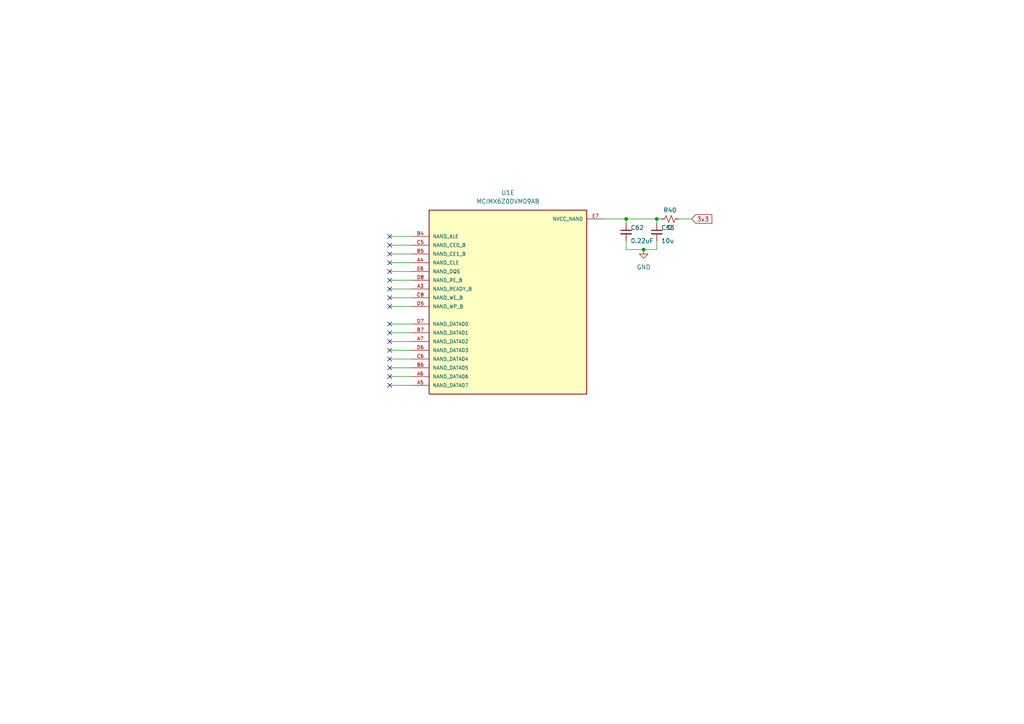
<source format=kicad_sch>
(kicad_sch (version 20211123) (generator eeschema)
  (paper "A4")
  (lib_symbols
    (symbol "Device:C_Small" (pin_numbers hide) (pin_names (offset 0.254) hide)
      (property "Reference" "C" (at 0.254 1.778 0))
      (property "Value" "C_Small" (at 0.254 -2.032 0))
      (symbol "C_Small_0_1"
        (polyline (pts (xy -1.524 -0.508) (xy 1.524 -0.508)) (stroke (width 0.3302)))
        (polyline (pts (xy -1.524 0.508) (xy 1.524 0.508)) (stroke (width 0.3048)))
      )
      (symbol "C_Small_1_1"
        (pin passive line (at 0 2.54 270) (length 2.032) (name "~") (number "1"))
        (pin passive line (at 0 -2.54 90) (length 2.032) (name "~") (number "2"))
      )
    )
    (symbol "Device:R_Small_US" (pin_numbers hide) (pin_names (offset 0.254) hide)
      (property "Reference" "R" (at 0.762 0.508 0))
      (property "Value" "R_Small_US" (at 0.762 -1.016 0))
      (symbol "R_Small_US_1_1"
        (polyline (pts (xy 0 0) (xy 1.016 -0.381) (xy 0 -0.762) (xy -1.016 -1.143) (xy 0 -1.524)))
        (polyline (pts (xy 0 1.524) (xy 1.016 1.143) (xy 0 0.762) (xy -1.016 0.381) (xy 0 0)))
        (pin passive line (at 0 2.54 270) (length 1.016) (name "~") (number "1"))
        (pin passive line (at 0 -2.54 90) (length 1.016) (name "~") (number "2"))
      )
    )
    (symbol "MCIMX6Z0DVM09AB:MCIMX6Z0DVM09AB" (pin_names (offset 1.016))
      (property "Reference" "U" (at -33.02 31.75 0))
      (property "Value" "MCIMX6Z0DVM09AB" (at -33.02 -31.75 0))
      (symbol "MCIMX6Z0DVM09AB_1_0"
        (rectangle (start -33.02 -30.48) (end 33.02 30.48) (stroke (width 0.254)) (fill (type background)))
        (pin input clock (at -38.1 -5.08 0) (length 5.08) (name "I2C2_SCL") (number "F17"))
        (pin bidirectional line (at -38.1 -7.62 0) (length 5.08) (name "I2C2_SDA") (number "G13"))
        (pin power_in line (at 38.1 -27.94 180) (length 5.08) (name "NGND_KEL0") (number "M12"))
        (pin input clock (at 38.1 -10.16 180) (length 5.08) (name "JTAG_TCK") (number "M14"))
        (pin input line (at 38.1 -20.32 180) (length 5.08) (name "JTAG_TRST_B") (number "N14"))
        (pin output line (at 38.1 -15.24 180) (length 5.08) (name "JTAG_TDO") (number "N15"))
        (pin input line (at 38.1 -12.7 180) (length 5.08) (name "JTAG_TDI") (number "N16"))
        (pin input line (at -38.1 17.78 0) (length 5.08) (name "TEST_MODE") (number "N7"))
        (pin power_in line (at 38.1 27.94 180) (length 5.08) (name "NVCC_PLL") (number "P13"))
        (pin input line (at 38.1 -17.78 180) (length 5.08) (name "JTAG_TMS") (number "P14"))
        (pin input line (at 38.1 -7.62 180) (length 5.08) (name "JTAG_MOD") (number "P15"))
        (pin input clock (at -38.1 5.08 0) (length 5.08) (name "CCM_CLK1_N") (number "P16"))
        (pin input clock (at -38.1 2.54 0) (length 5.08) (name "CCM_CLK1_P") (number "P17"))
        (pin input line (at -38.1 20.32 0) (length 5.08) (name "POR_B") (number "P8"))
        (pin bidirectional line (at 38.1 22.86 180) (length 5.08) (name "GPANIO") (number "R13"))
        (pin input line (at -38.1 22.86 0) (length 5.08) (name "ONOFF") (number "R8"))
        (pin input line (at -38.1 12.7 0) (length 5.08) (name "BOOT_MODE0") (number "T10"))
        (pin input line (at -38.1 -20.32 0) (length 5.08) (name "RTC_XTALI") (number "T11"))
        (pin power_in line (at 38.1 5.08 180) (length 5.08) (name "USB_OTG1_VBUS") (number "T12"))
        (pin bidirectional line (at 38.1 2.54 180) (length 5.08) (name "USB_OTG2_DN") (number "T13"))
        (pin bidirectional line (at 38.1 10.16 180) (length 5.08) (name "USB_OTG1_DN") (number "T15"))
        (pin input line (at -38.1 -12.7 0) (length 5.08) (name "XTALI") (number "T16"))
        (pin output line (at -38.1 -15.24 0) (length 5.08) (name "XTALO") (number "T17"))
        (pin output line (at 38.1 17.78 180) (length 5.08) (name "SNVS_PMIC_ON_REQ") (number "T9"))
        (pin input line (at -38.1 10.16 0) (length 5.08) (name "BOOT_MODE1") (number "U10"))
        (pin output line (at -38.1 -22.86 0) (length 5.08) (name "RTC_XTALO") (number "U11"))
        (pin power_in line (at 38.1 -2.54 180) (length 5.08) (name "USB_OTG2_VBUS") (number "U12"))
        (pin bidirectional line (at 38.1 0 180) (length 5.08) (name "USB_OTG2_DP") (number "U13"))
        (pin bidirectional line (at 38.1 7.62 180) (length 5.08) (name "USB_OTG1_DP") (number "U15"))
        (pin bidirectional line (at 38.1 12.7 180) (length 5.08) (name "USB_OTG1_CHD_B") (number "U16"))
        (pin output line (at -38.1 0 0) (length 5.08) (name "CCM_PMIC_STBY_REQ") (number "U9"))
      )
      (symbol "MCIMX6Z0DVM09AB_2_0"
        (rectangle (start -25.4 -48.26) (end 25.4 45.72) (stroke (width 0.254)) (fill (type background)))
        (pin output line (at 30.48 17.78 180) (length 5.08) (name "DRAM_ODT1") (number "F1"))
        (pin output line (at 30.48 -43.18 180) (length 5.08) (name "DRAM_ADDR14") (number "G1"))
        (pin output line (at 30.48 -22.86 180) (length 5.08) (name "DRAM_ADDR06") (number "G2"))
        (pin output line (at 30.48 12.7 180) (length 5.08) (name "DRAM_RESET") (number "G4"))
        (pin power_in line (at 30.48 40.64 180) (length 5.08) (name "NVCC_DRAM") (number "G6"))
        (pin output line (at 30.48 7.62 180) (length 5.08) (name "DRAM_SDBA1") (number "H1"))
        (pin output line (at 30.48 -10.16 180) (length 5.08) (name "DRAM_ADDR01") (number "H2"))
        (pin output line (at 30.48 -40.64 180) (length 5.08) (name "DRAM_ADDR13") (number "H3"))
        (pin output line (at 30.48 -25.4 180) (length 5.08) (name "DRAM_ADDR07") (number "H4"))
        (pin output line (at 30.48 27.94 180) (length 5.08) (name "DRAM_CS1_B") (number "H5"))
        (pin power_in line (at 30.48 40.64 180) (length 5.08) (name "NVCC_DRAM") (number "H6"))
        (pin output line (at 30.48 -2.54 180) (length 5.08) (name "DRAM_SDWE_B") (number "J1"))
        (pin output line (at 30.48 33.02 180) (length 5.08) (name "DRAM_CAS_B") (number "J2"))
        (pin output line (at 30.48 0 180) (length 5.08) (name "DRAM_SDCKE1") (number "J3"))
        (pin output line (at 30.48 -27.94 180) (length 5.08) (name "DRAM_ADDR08") (number "J4"))
        (pin power_in line (at 30.48 40.64 180) (length 5.08) (name "NVCC_DRAM") (number "J6"))
        (pin output line (at 30.48 -12.7 180) (length 5.08) (name "DRAM_ADDR02") (number "K1"))
        (pin output line (at 30.48 5.08 180) (length 5.08) (name "DRAM_SDBA2") (number "K2"))
        (pin output line (at 30.48 -35.56 180) (length 5.08) (name "DRAM_ADDR11") (number "K3"))
        (pin output line (at 30.48 -17.78 180) (length 5.08) (name "DRAM_ADDR04") (number "K4"))
        (pin output line (at 30.48 -45.72 180) (length 5.08) (name "DRAM_ADDR15") (number "K5"))
        (pin power_in line (at 30.48 40.64 180) (length 5.08) (name "NVCC_DRAM") (number "K6"))
        (pin output line (at 30.48 -20.32 180) (length 5.08) (name "DRAM_ADDR05") (number "L1"))
        (pin output line (at 30.48 -30.48 180) (length 5.08) (name "DRAM_ADDR09") (number "L2"))
        (pin output line (at 30.48 -38.1 180) (length 5.08) (name "DRAM_ADDR12") (number "L4"))
        (pin output line (at 30.48 -7.62 180) (length 5.08) (name "DRAM_ADDR00") (number "L5"))
        (pin power_in line (at 30.48 40.64 180) (length 5.08) (name "NVCC_DRAM") (number "L6"))
        (pin output line (at 30.48 10.16 180) (length 5.08) (name "DRAM_SDBA0") (number "M1"))
        (pin output line (at 30.48 -15.24 180) (length 5.08) (name "DRAM_ADDR03") (number "M2"))
        (pin output line (at 30.48 2.54 180) (length 5.08) (name "DRAM_SDCKE0") (number "M3"))
        (pin output line (at 30.48 -33.02 180) (length 5.08) (name "DRAM_ADDR10") (number "M4"))
        (pin output line (at 30.48 15.24 180) (length 5.08) (name "DRAM_RAS_B") (number "M5"))
        (pin power_in line (at 30.48 40.64 180) (length 5.08) (name "NVCC_DRAM") (number "M6"))
        (pin output line (at 30.48 20.32 180) (length 5.08) (name "DRAM_ODT0") (number "N1"))
        (pin output line (at 30.48 30.48 180) (length 5.08) (name "DRAM_CS0_B") (number "N2"))
        (pin input line (at -30.48 10.16 0) (length 5.08) (name "DRAM_ZQPAD") (number "N4"))
        (pin power_in line (at 30.48 38.1 180) (length 5.08) (name "NVCC_DRAM_2P5") (number "N6"))
        (pin input clock (at -30.48 30.48 0) (length 5.08) (name "DRAM_SDCLK0_P") (number "P1"))
        (pin input clock (at -30.48 33.02 0) (length 5.08) (name "DRAM_SDCLK0_N") (number "P2"))
        (pin input line (at -30.48 -40.64 0) (length 5.08) (name "DRAM_DATA13") (number "P3"))
        (pin power_in line (at 30.48 43.18 180) (length 5.08) (name "DRAM_VREF") (number "P4"))
        (pin input line (at -30.48 -38.1 0) (length 5.08) (name "DRAM_DATA12") (number "P5"))
        (pin input line (at -30.48 25.4 0) (length 5.08) (name "DRAM_SDQS0_P") (number "P6"))
        (pin input line (at -30.48 22.86 0) (length 5.08) (name "DRAM_SDQS0_N") (number "P7"))
        (pin input line (at -30.48 -45.72 0) (length 5.08) (name "DRAM_DATA15") (number "R1"))
        (pin input line (at -30.48 -43.18 0) (length 5.08) (name "DRAM_DATA14") (number "R2"))
        (pin input line (at -30.48 -35.56 0) (length 5.08) (name "DRAM_DATA11") (number "R4"))
        (pin input line (at -30.48 17.78 0) (length 5.08) (name "DRAM_SDQS1_P") (number "T1"))
        (pin input line (at -30.48 15.24 0) (length 5.08) (name "DRAM_SDQS1_N") (number "T2"))
        (pin output line (at 30.48 22.86 180) (length 5.08) (name "DRAM_DQM1") (number "T3"))
        (pin input line (at -30.48 -7.62 0) (length 5.08) (name "DRAM_DATA00") (number "T4"))
        (pin input line (at -30.48 -22.86 0) (length 5.08) (name "DRAM_DATA06") (number "T5"))
        (pin input line (at -30.48 -12.7 0) (length 5.08) (name "DRAM_DATA02") (number "T6"))
        (pin output line (at 30.48 25.4 180) (length 5.08) (name "DRAM_DQM0") (number "T7"))
        (pin input line (at -30.48 -20.32 0) (length 5.08) (name "DRAM_DATA05") (number "T8"))
        (pin input line (at -30.48 -27.94 0) (length 5.08) (name "DRAM_DATA08") (number "U2"))
        (pin input line (at -30.48 -30.48 0) (length 5.08) (name "DRAM_DATA09") (number "U3"))
        (pin input line (at -30.48 -25.4 0) (length 5.08) (name "DRAM_DATA07") (number "U4"))
        (pin input line (at -30.48 -33.02 0) (length 5.08) (name "DRAM_DATA10") (number "U5"))
        (pin input line (at -30.48 -10.16 0) (length 5.08) (name "DRAM_DATA01") (number "U6"))
        (pin input line (at -30.48 -15.24 0) (length 5.08) (name "DRAM_DATA03") (number "U7"))
        (pin input line (at -30.48 -17.78 0) (length 5.08) (name "DRAM_DATA04") (number "U8"))
      )
      (symbol "MCIMX6Z0DVM09AB_3_0"
        (rectangle (start -20.32 -55.88) (end 20.32 55.88) (stroke (width 0.254)) (fill (type background)))
        (pin bidirectional line (at -25.4 -10.16 0) (length 5.08) (name "GPIO3_IO11") (number "A10"))
        (pin bidirectional line (at -25.4 -17.78 0) (length 5.08) (name "GPIO3_IO14") (number "A11"))
        (pin bidirectional line (at -25.4 -30.48 0) (length 5.08) (name "GPIO3_IO19") (number "A12"))
        (pin bidirectional line (at -25.4 -40.64 0) (length 5.08) (name "GPIO3_IO23") (number "A13"))
        (pin bidirectional line (at -25.4 -50.8 0) (length 5.08) (name "GPIO3_IO27") (number "A14"))
        (pin bidirectional line (at -25.4 17.78 0) (length 5.08) (name "GPIO3_IO00") (number "A8"))
        (pin bidirectional line (at -25.4 2.54 0) (length 5.08) (name "GPIO3_IO06") (number "A9"))
        (pin bidirectional line (at -25.4 -7.62 0) (length 5.08) (name "GPIO3_IO10") (number "B10"))
        (pin bidirectional line (at -25.4 -15.24 0) (length 5.08) (name "GPIO3_IO13") (number "B11"))
        (pin bidirectional line (at -25.4 -27.94 0) (length 5.08) (name "GPIO3_IO18") (number "B12"))
        (pin bidirectional line (at -25.4 -38.1 0) (length 5.08) (name "GPIO3_IO22") (number "B13"))
        (pin bidirectional line (at -25.4 -48.26 0) (length 5.08) (name "GPIO3_IO26") (number "B14"))
        (pin bidirectional line (at -25.4 -53.34 0) (length 5.08) (name "GPIO3_IO28") (number "B16"))
        (pin bidirectional line (at -25.4 15.24 0) (length 5.08) (name "GPIO3_IO01") (number "B8"))
        (pin bidirectional line (at -25.4 5.08 0) (length 5.08) (name "GPIO3_IO05") (number "B9"))
        (pin bidirectional line (at -25.4 -5.08 0) (length 5.08) (name "GPIO3_IO09") (number "C10"))
        (pin bidirectional line (at -25.4 -25.4 0) (length 5.08) (name "GPIO3_IO17") (number "C12"))
        (pin bidirectional line (at -25.4 -35.56 0) (length 5.08) (name "GPIO3_IO21") (number "C13"))
        (pin bidirectional line (at -25.4 -45.72 0) (length 5.08) (name "GPIO3_IO25") (number "C14"))
        (pin bidirectional line (at -25.4 10.16 0) (length 5.08) (name "GPIO3_IO03") (number "C9"))
        (pin bidirectional line (at -25.4 -2.54 0) (length 5.08) (name "GPIO3_IO08") (number "D10"))
        (pin bidirectional line (at -25.4 -12.7 0) (length 5.08) (name "GPIO3_IO12") (number "D11"))
        (pin bidirectional line (at -25.4 -22.86 0) (length 5.08) (name "GPIO3_IO16") (number "D12"))
        (pin bidirectional line (at -25.4 -33.02 0) (length 5.08) (name "GPIO3_IO20") (number "D13"))
        (pin bidirectional line (at -25.4 -43.18 0) (length 5.08) (name "GPIO3_IO24") (number "D14"))
        (pin bidirectional line (at -25.4 12.7 0) (length 5.08) (name "GPIO3_IO02") (number "D9"))
        (pin bidirectional line (at -25.4 0 0) (length 5.08) (name "GPIO3_IO07") (number "E10"))
        (pin bidirectional line (at -25.4 -20.32 0) (length 5.08) (name "GPIO3_IO15") (number "E12"))
        (pin power_in line (at 25.4 50.8 180) (length 5.08) (name "NVCC_GPIO3") (number "E13"))
        (pin bidirectional line (at -25.4 7.62 0) (length 5.08) (name "GPIO3_IO04") (number "E9"))
        (pin power_in line (at 25.4 53.34 180) (length 5.08) (name "NVCC_GPIO") (number "J13"))
        (pin bidirectional line (at -25.4 45.72 0) (length 5.08) (name "GPIO1_IO00") (number "K13"))
        (pin bidirectional line (at -25.4 30.48 0) (length 5.08) (name "GPIO1_IO06") (number "K17"))
        (pin bidirectional line (at -25.4 40.64 0) (length 5.08) (name "GPIO1_IO02") (number "L14"))
        (pin bidirectional line (at -25.4 43.18 0) (length 5.08) (name "GPIO1_IO01") (number "L15"))
        (pin bidirectional line (at -25.4 27.94 0) (length 5.08) (name "GPIO1_IO07") (number "L16"))
        (pin bidirectional line (at -25.4 38.1 0) (length 5.08) (name "GPIO1_IO03") (number "L17"))
        (pin bidirectional line (at -25.4 22.86 0) (length 5.08) (name "GPIO1_IO09") (number "M15"))
        (pin bidirectional line (at -25.4 35.56 0) (length 5.08) (name "GPIO1_IO04") (number "M16"))
        (pin bidirectional line (at -25.4 33.02 0) (length 5.08) (name "GPIO1_IO05") (number "M17"))
        (pin bidirectional line (at 25.4 27.94 180) (length 5.08) (name "GPIO5_IO07") (number "N10"))
        (pin bidirectional line (at 25.4 30.48 180) (length 5.08) (name "GPIO5_IO06") (number "N11"))
        (pin bidirectional line (at -25.4 25.4 0) (length 5.08) (name "GPIO1_IO08") (number "N17"))
        (pin bidirectional line (at 25.4 33.02 180) (length 5.08) (name "GPIO5_IO05") (number "N8"))
        (pin bidirectional line (at 25.4 25.4 180) (length 5.08) (name "GPIO5_IO08") (number "N9"))
        (pin bidirectional line (at 25.4 38.1 180) (length 5.08) (name "GPIO5_IO03") (number "P10"))
        (pin bidirectional line (at 25.4 40.64 180) (length 5.08) (name "GPIO5_IO02") (number "P11"))
        (pin bidirectional line (at 25.4 35.56 180) (length 5.08) (name "GPIO5_IO04") (number "P9"))
        (pin bidirectional line (at 25.4 45.72 180) (length 5.08) (name "GPIO5_IO00") (number "R10"))
        (pin bidirectional line (at 25.4 22.86 180) (length 5.08) (name "GPIO5_IO09") (number "R6"))
        (pin bidirectional line (at 25.4 43.18 180) (length 5.08) (name "GPIO5_IO01") (number "R9"))
      )
      (symbol "MCIMX6Z0DVM09AB_4_0"
        (rectangle (start -25.4 -25.4) (end 25.4 25.4) (stroke (width 0.254)) (fill (type background)))
        (pin input line (at -30.48 -10.16 0) (length 5.08) (name "UART3_RTS_B") (number "G14"))
        (pin output line (at -30.48 -20.32 0) (length 5.08) (name "UART4_RX_DATA") (number "G16"))
        (pin input line (at -30.48 -22.86 0) (length 5.08) (name "UART4_TX_DATA") (number "G17"))
        (pin power_in line (at 30.48 22.86 180) (length 5.08) (name "NVCC_UART") (number "H13"))
        (pin input line (at -30.48 2.54 0) (length 5.08) (name "UART2_RTS_B") (number "H14"))
        (pin input line (at -30.48 -7.62 0) (length 5.08) (name "UART3_CTS_B") (number "H15"))
        (pin output line (at -30.48 -12.7 0) (length 5.08) (name "UART3_RX_DATA") (number "H16"))
        (pin input line (at -30.48 -15.24 0) (length 5.08) (name "UART3_TX_DATA") (number "H17"))
        (pin input line (at -30.48 15.24 0) (length 5.08) (name "UART1_RTS_B") (number "J14"))
        (pin input line (at -30.48 5.08 0) (length 5.08) (name "UART2_CTS_B") (number "J15"))
        (pin output line (at -30.48 0 0) (length 5.08) (name "UART2_RX_DATA") (number "J16"))
        (pin input line (at -30.48 -2.54 0) (length 5.08) (name "UART2_TX_DATA") (number "J17"))
        (pin input line (at -30.48 10.16 0) (length 5.08) (name "UART1_TX_DATA") (number "K14"))
        (pin input line (at -30.48 17.78 0) (length 5.08) (name "UART1_CTS_B") (number "K15"))
        (pin output line (at -30.48 12.7 0) (length 5.08) (name "UART1_RX_DATA") (number "K16"))
      )
      (symbol "MCIMX6Z0DVM09AB_5_0"
        (rectangle (start -22.86 -27.94) (end 22.86 25.4) (stroke (width 0.254)) (fill (type background)))
        (pin input line (at -27.94 2.54 0) (length 5.08) (name "NAND_READY_B") (number "A3"))
        (pin input line (at -27.94 10.16 0) (length 5.08) (name "NAND_CLE") (number "A4"))
        (pin bidirectional line (at -27.94 -25.4 0) (length 5.08) (name "NAND_DATA07") (number "A5"))
        (pin bidirectional line (at -27.94 -22.86 0) (length 5.08) (name "NAND_DATA06") (number "A6"))
        (pin bidirectional line (at -27.94 -12.7 0) (length 5.08) (name "NAND_DATA02") (number "A7"))
        (pin input line (at -27.94 17.78 0) (length 5.08) (name "NAND_ALE") (number "B4"))
        (pin input line (at -27.94 12.7 0) (length 5.08) (name "NAND_CE1_B") (number "B5"))
        (pin bidirectional line (at -27.94 -20.32 0) (length 5.08) (name "NAND_DATA05") (number "B6"))
        (pin bidirectional line (at -27.94 -10.16 0) (length 5.08) (name "NAND_DATA01") (number "B7"))
        (pin input line (at -27.94 15.24 0) (length 5.08) (name "NAND_CE0_B") (number "C5"))
        (pin bidirectional line (at -27.94 -17.78 0) (length 5.08) (name "NAND_DATA04") (number "C6"))
        (pin input line (at -27.94 0 0) (length 5.08) (name "NAND_WE_B") (number "C8"))
        (pin input line (at -27.94 -2.54 0) (length 5.08) (name "NAND_WP_B") (number "D5"))
        (pin bidirectional line (at -27.94 -15.24 0) (length 5.08) (name "NAND_DATA03") (number "D6"))
        (pin bidirectional line (at -27.94 -7.62 0) (length 5.08) (name "NAND_DATA00") (number "D7"))
        (pin input line (at -27.94 5.08 0) (length 5.08) (name "NAND_RE_B") (number "D8"))
        (pin input line (at -27.94 7.62 0) (length 5.08) (name "NAND_DQS") (number "E6"))
        (pin power_in line (at 27.94 22.86 180) (length 5.08) (name "NVCC_NAND") (number "E7"))
      )
      (symbol "MCIMX6Z0DVM09AB_6_0"
        (rectangle (start -17.78 -27.94) (end 17.78 30.48) (stroke (width 0.254)) (fill (type background)))
        (pin bidirectional line (at -22.86 7.62 0) (length 5.08) (name "SD1_DATA3") (number "A2"))
        (pin bidirectional line (at -22.86 10.16 0) (length 5.08) (name "SD1_DATA2") (number "B1"))
        (pin bidirectional line (at -22.86 12.7 0) (length 5.08) (name "SD1_DATA1") (number "B2"))
        (pin bidirectional line (at -22.86 15.24 0) (length 5.08) (name "SD1_DATA0") (number "B3"))
        (pin input clock (at -22.86 20.32 0) (length 5.08) (name "SD1_CLK") (number "C1"))
        (pin input line (at -22.86 17.78 0) (length 5.08) (name "SD1_CMD") (number "C2"))
        (pin power_in line (at 22.86 27.94 180) (length 5.08) (name "NVCC_SD1") (number "C4"))
        (pin bidirectional line (at -22.86 -25.4 0) (length 5.08) (name "SD2_DATA7") (number "D1"))
        (pin bidirectional line (at -22.86 -22.86 0) (length 5.08) (name "SD2_DATA6") (number "D2"))
        (pin bidirectional line (at -22.86 -20.32 0) (length 5.08) (name "SD2_DATA5") (number "D3"))
        (pin bidirectional line (at -22.86 -17.78 0) (length 5.08) (name "SD2_DATA4") (number "D4"))
        (pin bidirectional line (at -22.86 -15.24 0) (length 5.08) (name "SD2_DATA3") (number "E1"))
        (pin bidirectional line (at -22.86 -12.7 0) (length 5.08) (name "SD2_DATA2") (number "E2"))
        (pin bidirectional line (at -22.86 -10.16 0) (length 5.08) (name "SD2_DATA1") (number "E3"))
        (pin bidirectional line (at -22.86 -7.62 0) (length 5.08) (name "SD2_DATA0") (number "E4"))
        (pin input line (at -22.86 -5.08 0) (length 5.08) (name "SD2_WP") (number "E5"))
        (pin input clock (at -22.86 0 0) (length 5.08) (name "SD2_CLK") (number "F2"))
        (pin input line (at -22.86 -2.54 0) (length 5.08) (name "SD2_CMD") (number "F3"))
        (pin power_in line (at 22.86 25.4 180) (length 5.08) (name "NVCC_SD2") (number "F4"))
        (pin input line (at -22.86 2.54 0) (length 5.08) (name "SD2_CD_B") (number "F5"))
      )
      (symbol "MCIMX6Z0DVM09AB_7_0"
        (rectangle (start -15.24 -25.4) (end 15.24 25.4) (stroke (width 0.254)) (fill (type background)))
        (pin input line (at -20.32 5.08 0) (length 5.08) (name "KPP_COL5") (number "A15"))
        (pin input line (at -20.32 -20.32 0) (length 5.08) (name "KPP_ROW6") (number "A16"))
        (pin input line (at -20.32 2.54 0) (length 5.08) (name "KPP_COL6") (number "B15"))
        (pin input line (at -20.32 -17.78 0) (length 5.08) (name "KPP_ROW5") (number "B17"))
        (pin input line (at -20.32 7.62 0) (length 5.08) (name "KPP_COL4") (number "C16"))
        (pin input line (at -20.32 -15.24 0) (length 5.08) (name "KPP_ROW4") (number "C17"))
        (pin input line (at -20.32 10.16 0) (length 5.08) (name "KPP_COL3") (number "D15"))
        (pin input line (at -20.32 0 0) (length 5.08) (name "KPP_COL7") (number "D16"))
        (pin input line (at -20.32 -22.86 0) (length 5.08) (name "KPP_ROW7") (number "D17"))
        (pin input line (at -20.32 -10.16 0) (length 5.08) (name "KPP_ROW2") (number "E14"))
        (pin input line (at -20.32 15.24 0) (length 5.08) (name "KPP_COL1") (number "E15"))
        (pin input line (at -20.32 -7.62 0) (length 5.08) (name "KPP_ROW1") (number "E16"))
        (pin input line (at -20.32 17.78 0) (length 5.08) (name "KPP_COL0") (number "E17"))
        (pin power_in line (at 20.32 22.86 180) (length 5.08) (name "NVCC_KPP") (number "F13"))
        (pin input line (at -20.32 -12.7 0) (length 5.08) (name "KPP_ROW3") (number "F14"))
        (pin input line (at -20.32 12.7 0) (length 5.08) (name "KPP_COL2") (number "F15"))
        (pin input line (at -20.32 -5.08 0) (length 5.08) (name "KPP_ROW0") (number "F16"))
      )
      (symbol "MCIMX6Z0DVM09AB_8_0"
        (rectangle (start -12.7 -20.32) (end 12.7 17.78) (stroke (width 0.254)) (fill (type background)))
        (pin power_in line (at 17.78 -7.62 180) (length 5.08) (name "VSS") (number "A1"))
        (pin power_in line (at 17.78 -7.62 180) (length 5.08) (name "VSS") (number "A17"))
        (pin power_in line (at 17.78 -7.62 180) (length 5.08) (name "VSS") (number "C11"))
        (pin power_in line (at 17.78 -7.62 180) (length 5.08) (name "VSS") (number "C15"))
        (pin power_in line (at 17.78 -7.62 180) (length 5.08) (name "VSS") (number "C3"))
        (pin power_in line (at 17.78 -7.62 180) (length 5.08) (name "VSS") (number "C7"))
        (pin power_in line (at 17.78 -7.62 180) (length 5.08) (name "VSS") (number "E11"))
        (pin power_in line (at 17.78 -7.62 180) (length 5.08) (name "VSS") (number "E8"))
        (pin power_in line (at 17.78 -10.16 180) (length 5.08) (name "VSS_1") (number "F10"))
        (pin power_in line (at 17.78 -10.16 180) (length 5.08) (name "VSS_1") (number "F11"))
        (pin power_in line (at 17.78 -10.16 180) (length 5.08) (name "VSS_1") (number "F12"))
        (pin power_in line (at 17.78 -7.62 180) (length 5.08) (name "VSS") (number "F6"))
        (pin power_in line (at 17.78 -7.62 180) (length 5.08) (name "VSS") (number "F7"))
        (pin power_in line (at 17.78 -10.16 180) (length 5.08) (name "VSS_1") (number "F8"))
        (pin power_in line (at 17.78 -10.16 180) (length 5.08) (name "VSS_1") (number "F9"))
        (pin power_in line (at 17.78 15.24 180) (length 5.08) (name "VDD_ARM_CAP") (number "G10"))
        (pin power_in line (at 17.78 15.24 180) (length 5.08) (name "VDD_ARM_CAP") (number "G11"))
        (pin power_in line (at 17.78 -10.16 180) (length 5.08) (name "VSS_1") (number "G12"))
        (pin power_in line (at 17.78 -10.16 180) (length 5.08) (name "VSS_1") (number "G15"))
        (pin power_in line (at 17.78 -10.16 180) (length 5.08) (name "VSS_1") (number "G3"))
        (pin power_in line (at 17.78 -10.16 180) (length 5.08) (name "VSS_1") (number "G5"))
        (pin power_in line (at 17.78 -10.16 180) (length 5.08) (name "VSS_1") (number "G7"))
        (pin power_in line (at 17.78 2.54 180) (length 5.08) (name "VDD_SOC_CAP") (number "G8"))
        (pin power_in line (at 17.78 15.24 180) (length 5.08) (name "VDD_ARM_CAP") (number "G9"))
        (pin power_in line (at 17.78 0 180) (length 5.08) (name "VDD_SOC_IN") (number "H10"))
        (pin power_in line (at 17.78 15.24 180) (length 5.08) (name "VDD_ARM_CAP") (number "H11"))
        (pin power_in line (at 17.78 -12.7 180) (length 5.08) (name "VSS_2") (number "H12"))
        (pin power_in line (at 17.78 -12.7 180) (length 5.08) (name "VSS_2") (number "H7"))
        (pin power_in line (at 17.78 2.54 180) (length 5.08) (name "VDD_SOC_CAP") (number "H8"))
        (pin power_in line (at 17.78 0 180) (length 5.08) (name "VDD_SOC_IN") (number "H9"))
        (pin power_in line (at 17.78 0 180) (length 5.08) (name "VDD_SOC_IN") (number "J10"))
        (pin power_in line (at 17.78 2.54 180) (length 5.08) (name "VDD_SOC_CAP") (number "J11"))
        (pin power_in line (at 17.78 -12.7 180) (length 5.08) (name "VSS_2") (number "J12"))
        (pin power_in line (at 17.78 -12.7 180) (length 5.08) (name "VSS_2") (number "J5"))
        (pin power_in line (at 17.78 -12.7 180) (length 5.08) (name "VSS_2") (number "J7"))
        (pin power_in line (at 17.78 2.54 180) (length 5.08) (name "VDD_SOC_CAP") (number "J8"))
        (pin power_in line (at 17.78 0 180) (length 5.08) (name "VDD_SOC_IN") (number "J9"))
        (pin power_in line (at 17.78 0 180) (length 5.08) (name "VDD_SOC_IN") (number "K10"))
        (pin power_in line (at 17.78 2.54 180) (length 5.08) (name "VDD_SOC_CAP") (number "K11"))
        (pin power_in line (at 17.78 -12.7 180) (length 5.08) (name "VSS_2") (number "K12"))
        (pin power_in line (at 17.78 -12.7 180) (length 5.08) (name "VSS_2") (number "K7"))
        (pin power_in line (at 17.78 2.54 180) (length 5.08) (name "VDD_SOC_CAP") (number "K8"))
        (pin power_in line (at 17.78 0 180) (length 5.08) (name "VDD_SOC_IN") (number "K9"))
        (pin power_in line (at 17.78 2.54 180) (length 5.08) (name "VDD_SOC_CAP") (number "L10"))
        (pin power_in line (at 17.78 2.54 180) (length 5.08) (name "VDD_SOC_CAP") (number "L11"))
        (pin power_in line (at 17.78 -12.7 180) (length 5.08) (name "VSS_2") (number "L12"))
        (pin power_in line (at 17.78 10.16 180) (length 5.08) (name "VDD_HIGH_IN") (number "L13"))
        (pin power_in line (at 17.78 -12.7 180) (length 5.08) (name "VSS_2") (number "L3"))
        (pin power_in line (at 17.78 -12.7 180) (length 5.08) (name "VSS_2") (number "L7"))
        (pin power_in line (at 17.78 2.54 180) (length 5.08) (name "VDD_SOC_CAP") (number "L8"))
        (pin power_in line (at 17.78 2.54 180) (length 5.08) (name "VDD_SOC_CAP") (number "L9"))
        (pin power_in line (at 17.78 -15.24 180) (length 5.08) (name "VSS_3") (number "M10"))
        (pin power_in line (at 17.78 -15.24 180) (length 5.08) (name "VSS_3") (number "M11"))
        (pin power_in line (at 17.78 10.16 180) (length 5.08) (name "VDD_HIGH_IN") (number "M13"))
        (pin power_in line (at 17.78 -15.24 180) (length 5.08) (name "VSS_3") (number "M7"))
        (pin power_in line (at 17.78 -15.24 180) (length 5.08) (name "VSS_3") (number "M8"))
        (pin power_in line (at 17.78 -15.24 180) (length 5.08) (name "VSS_3") (number "M9"))
        (pin power_in line (at 17.78 7.62 180) (length 5.08) (name "VDD_SNVS_CAP") (number "N12"))
        (pin power_in line (at 17.78 10.16 180) (length 5.08) (name "VDD_HIGH_IN") (number "N13"))
        (pin power_in line (at 17.78 -15.24 180) (length 5.08) (name "VSS_3") (number "N3"))
        (pin power_in line (at 17.78 -15.24 180) (length 5.08) (name "VSS_3") (number "N5"))
        (pin power_in line (at 17.78 5.08 180) (length 5.08) (name "VDD_SNVS_IN") (number "P12"))
        (pin power_in line (at 17.78 -17.78 180) (length 5.08) (name "VSS_4") (number "R11"))
        (pin power_in line (at 17.78 -2.54 180) (length 5.08) (name "VDD_USB_CAP") (number "R12"))
        (pin power_in line (at 17.78 12.7 180) (length 5.08) (name "VDD_HIGH_CAP") (number "R14"))
        (pin power_in line (at 17.78 12.7 180) (length 5.08) (name "VDD_HIGH_CAP") (number "R15"))
        (pin power_in line (at 17.78 -17.78 180) (length 5.08) (name "VSS_4") (number "R16"))
        (pin power_in line (at 17.78 -17.78 180) (length 5.08) (name "VSS_4") (number "R17"))
        (pin power_in line (at 17.78 -15.24 180) (length 5.08) (name "VSS_3") (number "R3"))
        (pin power_in line (at 17.78 -15.24 180) (length 5.08) (name "VSS_3") (number "R5"))
        (pin power_in line (at 17.78 -15.24 180) (length 5.08) (name "VSS_3") (number "R7"))
        (pin power_in line (at 17.78 -17.78 180) (length 5.08) (name "VSS_4") (number "T14"))
        (pin power_in line (at 17.78 -17.78 180) (length 5.08) (name "VSS_4") (number "U1"))
        (pin power_in line (at 17.78 -17.78 180) (length 5.08) (name "VSS_4") (number "U14"))
        (pin power_in line (at 17.78 -17.78 180) (length 5.08) (name "VSS_4") (number "U17"))
      )
    )
    (symbol "power:GND" (power) (pin_names (offset 0))
      (property "Value" "GND" (at 0 -3.81 0))
      (symbol "GND_0_1"
        (polyline (pts (xy 0 0) (xy 0 -1.27) (xy 1.27 -1.27) (xy 0 -2.54) (xy -1.27 -1.27) (xy 0 -1.27)))
      )
      (symbol "GND_1_1"
        (pin power_in line (at 0 0 270) (length 0) hide (name "GND") (number "1"))
      )
    )
  )
  (junction (at 181.61 63.5))
  (junction (at 190.5 63.5))
  (junction (at 186.69 72.39))
  (no_connect (at 113.03 76.2))
  (no_connect (at 113.03 99.06))
  (no_connect (at 113.03 109.22))
  (no_connect (at 113.03 88.9))
  (no_connect (at 113.03 81.28))
  (no_connect (at 113.03 106.68))
  (no_connect (at 113.03 96.52))
  (no_connect (at 113.03 104.14))
  (no_connect (at 113.03 73.66))
  (no_connect (at 113.03 68.58))
  (no_connect (at 113.03 71.12))
  (no_connect (at 113.03 93.98))
  (no_connect (at 113.03 111.76))
  (no_connect (at 113.03 78.74))
  (no_connect (at 113.03 101.6))
  (no_connect (at 113.03 86.36))
  (no_connect (at 113.03 83.82))
  (wire (pts (xy 190.5 69.85) (xy 190.5 72.39)))
  (wire (pts (xy 190.5 63.5) (xy 191.77 63.5)))
  (wire (pts (xy 113.03 99.06) (xy 119.38 99.06)))
  (wire (pts (xy 113.03 86.36) (xy 119.38 86.36)))
  (wire (pts (xy 190.5 63.5) (xy 190.5 64.77)))
  (wire (pts (xy 113.03 83.82) (xy 119.38 83.82)))
  (wire (pts (xy 181.61 63.5) (xy 181.61 64.77)))
  (wire (pts (xy 113.03 73.66) (xy 119.38 73.66)))
  (wire (pts (xy 113.03 88.9) (xy 119.38 88.9)))
  (wire (pts (xy 181.61 63.5) (xy 190.5 63.5)))
  (wire (pts (xy 113.03 68.58) (xy 119.38 68.58)))
  (wire (pts (xy 113.03 96.52) (xy 119.38 96.52)))
  (wire (pts (xy 175.26 63.5) (xy 181.61 63.5)))
  (wire (pts (xy 186.69 72.39) (xy 190.5 72.39)))
  (wire (pts (xy 113.03 111.76) (xy 119.38 111.76)))
  (wire (pts (xy 113.03 78.74) (xy 119.38 78.74)))
  (wire (pts (xy 113.03 71.12) (xy 119.38 71.12)))
  (wire (pts (xy 113.03 93.98) (xy 119.38 93.98)))
  (wire (pts (xy 113.03 101.6) (xy 119.38 101.6)))
  (wire (pts (xy 181.61 72.39) (xy 186.69 72.39)))
  (wire (pts (xy 113.03 81.28) (xy 119.38 81.28)))
  (wire (pts (xy 196.85 63.5) (xy 200.66 63.5)))
  (wire (pts (xy 113.03 109.22) (xy 119.38 109.22)))
  (wire (pts (xy 113.03 76.2) (xy 119.38 76.2)))
  (wire (pts (xy 181.61 69.85) (xy 181.61 72.39)))
  (wire (pts (xy 113.03 104.14) (xy 119.38 104.14)))
  (wire (pts (xy 113.03 106.68) (xy 119.38 106.68)))
  (global_label "3v3" (shape input) (at 200.66 63.5 0) (property "Intersheet References" "${INTERSHEET_REFS}" (effects hide)))
  (symbol (lib_id "Device:C_Small") (at 190.5 67.31 0) (unit 1)
    (property "Reference" "C63" (at 191.77 66.04 0) (effects (justify left)))
    (property "Value" "10u" (at 191.77 69.85 0) (effects (justify left)))
    (property "Footprint" "Capacitor_SMD:C_0805_2012Metric" (effects hide))
  )
  (symbol (lib_id "Device:R_Small_US") (at 194.31 63.5 90) (unit 1)
    (property "Reference" "R40" (at 194.31 60.96 90))
    (property "Value" "0" (at 194.31 66.04 90))
    (property "Footprint" "Resistor_SMD:R_0402_1005Metric" (effects hide))
  )
  (symbol (lib_id "power:GND") (at 186.69 72.39 0) (unit 1)
    (property "Reference" "#PWR0153" (effects hide))
    (property "Value" "GND" (at 186.69 77.47 0))
  )
  (symbol (lib_id "MCIMX6Z0DVM09AB:MCIMX6Z0DVM09AB") (at 147.32 86.36 0) (unit 5)
    (property "Reference" "U1" (at 147.32 55.88 0))
    (property "Value" "MCIMX6Z0DVM09AB" (at 147.32 58.42 0))
    (property "Footprint" "mb_nxp_mcu_mpu:BGA289C80P17X17_1400X1400X132" (effects hide))
    (property "PARTREV" "0" (effects hide))
    (property "STANDARD" "IPC 7351B" (effects hide))
    (property "SNAPEDA_PN" "MCIMX6Z0DVM09AB" (effects hide))
    (property "MAXIMUM_PACKAGE_HEIGHT" "1.32mm" (effects hide))
    (property "MANUFACTURER" "NXP" (effects hide))
  )
  (symbol (lib_id "Device:C_Small") (at 181.61 67.31 0) (unit 1)
    (property "Reference" "C62" (at 182.88 66.04 0) (effects (justify left)))
    (property "Value" "0.22uF" (at 182.88 69.85 0) (effects (justify left)))
    (property "Footprint" "Capacitor_SMD:C_0402_1005Metric" (effects hide))
  )
)
</source>
